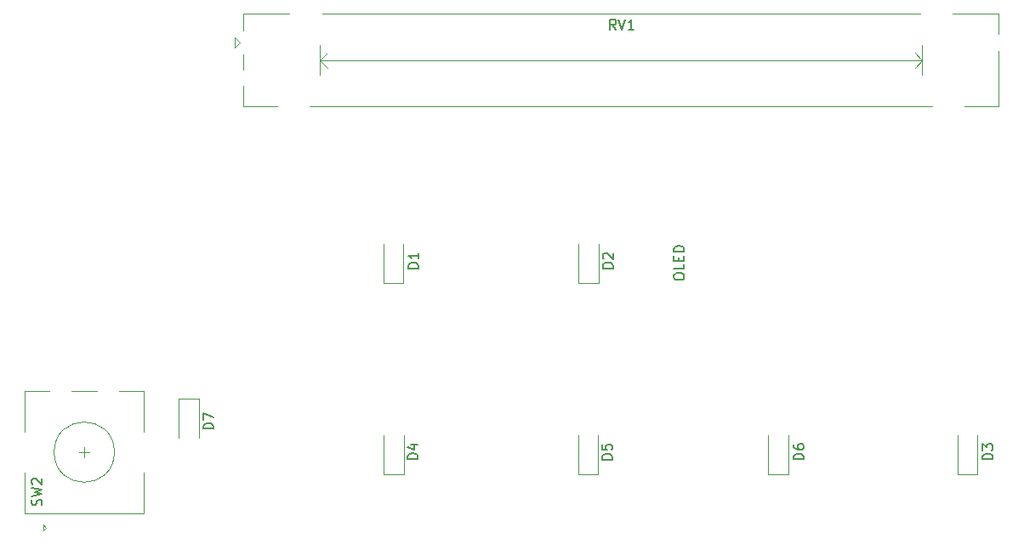
<source format=gto>
G04 #@! TF.GenerationSoftware,KiCad,Pcbnew,(5.1.4)-1*
G04 #@! TF.CreationDate,2020-09-16T16:25:40+03:00*
G04 #@! TF.ProjectId,MacroBoardPcb,4d616372-6f42-46f6-9172-645063622e6b,rev?*
G04 #@! TF.SameCoordinates,Original*
G04 #@! TF.FileFunction,Legend,Top*
G04 #@! TF.FilePolarity,Positive*
%FSLAX46Y46*%
G04 Gerber Fmt 4.6, Leading zero omitted, Abs format (unit mm)*
G04 Created by KiCad (PCBNEW (5.1.4)-1) date 2020-09-16 16:25:40*
%MOMM*%
%LPD*%
G04 APERTURE LIST*
%ADD10C,0.120000*%
%ADD11C,0.150000*%
%ADD12C,0.752000*%
%ADD13O,2.202000X1.102000*%
%ADD14O,1.702000X1.102000*%
%ADD15R,2.102000X2.102000*%
%ADD16C,2.102000*%
%ADD17R,2.102000X3.302000*%
%ADD18C,2.802000*%
%ADD19C,1.852000*%
%ADD20R,1.852000X1.852000*%
%ADD21C,4.089800*%
%ADD22O,1.802000X1.802000*%
%ADD23R,1.802000X1.802000*%
%ADD24R,1.302000X1.002000*%
G04 APERTURE END LIST*
D10*
X103984193Y-111148132D02*
G75*
G03X103984193Y-111148132I-3000000J0D01*
G01*
X95084193Y-109148132D02*
X95084193Y-105048132D01*
X106884193Y-105048132D02*
X106884193Y-109148132D01*
X106884193Y-113148132D02*
X106884193Y-117248132D01*
X95084193Y-113148132D02*
X95084193Y-117248132D01*
X95084193Y-117248132D02*
X106884193Y-117248132D01*
X97184193Y-118648132D02*
X96884193Y-118948132D01*
X96884193Y-118948132D02*
X96884193Y-118348132D01*
X96884193Y-118348132D02*
X97184193Y-118648132D01*
X95084193Y-105048132D02*
X97484193Y-105048132D01*
X99684193Y-105048132D02*
X102284193Y-105048132D01*
X104484193Y-105048132D02*
X106884193Y-105048132D01*
X100484193Y-111148132D02*
X101484193Y-111148132D01*
X100984193Y-111648132D02*
X100984193Y-110648132D01*
X184409193Y-72098132D02*
X183659193Y-72848132D01*
X183659193Y-71348132D02*
X184409193Y-72098132D01*
X184409193Y-70598132D02*
X184409193Y-73598132D01*
X124409193Y-72098132D02*
X125159193Y-72848132D01*
X125159193Y-71348132D02*
X124409193Y-72098132D01*
X124409193Y-70598132D02*
X124409193Y-73598132D01*
X124409193Y-72098132D02*
X184409193Y-72098132D01*
X115984193Y-70848132D02*
X116484193Y-70348132D01*
X115984193Y-69848132D02*
X115984193Y-70848132D01*
X116484193Y-70348132D02*
X115984193Y-69848132D01*
X192029193Y-71171132D02*
X192029193Y-76718132D01*
X192029193Y-67478132D02*
X192029193Y-69525132D01*
X116789193Y-74671132D02*
X116789193Y-76718132D01*
X116789193Y-71523132D02*
X116789193Y-73026132D01*
X116789193Y-67478132D02*
X116789193Y-69173132D01*
X188645193Y-76718132D02*
X192029193Y-76718132D01*
X123445193Y-76718132D02*
X185374193Y-76718132D01*
X116789193Y-76718132D02*
X120174193Y-76718132D01*
X187445193Y-67478132D02*
X192029193Y-67478132D01*
X124645193Y-67478132D02*
X184174193Y-67478132D01*
X116789193Y-67478132D02*
X121374193Y-67478132D01*
X112379000Y-105827000D02*
X112379000Y-109727000D01*
X110379000Y-105827000D02*
X110379000Y-109727000D01*
X112379000Y-105827000D02*
X110379000Y-105827000D01*
X169060000Y-113375000D02*
X169060000Y-109475000D01*
X171060000Y-113375000D02*
X171060000Y-109475000D01*
X169060000Y-113375000D02*
X171060000Y-113375000D01*
X150140000Y-113375000D02*
X150140000Y-109475000D01*
X152140000Y-113375000D02*
X152140000Y-109475000D01*
X150140000Y-113375000D02*
X152140000Y-113375000D01*
X130790000Y-113375000D02*
X130790000Y-109475000D01*
X132790000Y-113375000D02*
X132790000Y-109475000D01*
X130790000Y-113375000D02*
X132790000Y-113375000D01*
X187912500Y-113375000D02*
X187912500Y-109475000D01*
X189912500Y-113375000D02*
X189912500Y-109475000D01*
X187912500Y-113375000D02*
X189912500Y-113375000D01*
X150160000Y-94280000D02*
X150160000Y-90380000D01*
X152160000Y-94280000D02*
X152160000Y-90380000D01*
X150160000Y-94280000D02*
X152160000Y-94280000D01*
X130762500Y-94325000D02*
X130762500Y-90425000D01*
X132762500Y-94325000D02*
X132762500Y-90425000D01*
X130762500Y-94325000D02*
X132762500Y-94325000D01*
D11*
X159692380Y-93752380D02*
X159692380Y-93561904D01*
X159740000Y-93466666D01*
X159835238Y-93371428D01*
X160025714Y-93323809D01*
X160359047Y-93323809D01*
X160549523Y-93371428D01*
X160644761Y-93466666D01*
X160692380Y-93561904D01*
X160692380Y-93752380D01*
X160644761Y-93847619D01*
X160549523Y-93942857D01*
X160359047Y-93990476D01*
X160025714Y-93990476D01*
X159835238Y-93942857D01*
X159740000Y-93847619D01*
X159692380Y-93752380D01*
X160692380Y-92419047D02*
X160692380Y-92895238D01*
X159692380Y-92895238D01*
X160168571Y-92085714D02*
X160168571Y-91752380D01*
X160692380Y-91609523D02*
X160692380Y-92085714D01*
X159692380Y-92085714D01*
X159692380Y-91609523D01*
X160692380Y-91180952D02*
X159692380Y-91180952D01*
X159692380Y-90942857D01*
X159740000Y-90800000D01*
X159835238Y-90704761D01*
X159930476Y-90657142D01*
X160120952Y-90609523D01*
X160263809Y-90609523D01*
X160454285Y-90657142D01*
X160549523Y-90704761D01*
X160644761Y-90800000D01*
X160692380Y-90942857D01*
X160692380Y-91180952D01*
X96704761Y-116433333D02*
X96752380Y-116290476D01*
X96752380Y-116052380D01*
X96704761Y-115957142D01*
X96657142Y-115909523D01*
X96561904Y-115861904D01*
X96466666Y-115861904D01*
X96371428Y-115909523D01*
X96323809Y-115957142D01*
X96276190Y-116052380D01*
X96228571Y-116242857D01*
X96180952Y-116338095D01*
X96133333Y-116385714D01*
X96038095Y-116433333D01*
X95942857Y-116433333D01*
X95847619Y-116385714D01*
X95800000Y-116338095D01*
X95752380Y-116242857D01*
X95752380Y-116004761D01*
X95800000Y-115861904D01*
X95752380Y-115528571D02*
X96752380Y-115290476D01*
X96038095Y-115100000D01*
X96752380Y-114909523D01*
X95752380Y-114671428D01*
X95847619Y-114338095D02*
X95800000Y-114290476D01*
X95752380Y-114195238D01*
X95752380Y-113957142D01*
X95800000Y-113861904D01*
X95847619Y-113814285D01*
X95942857Y-113766666D01*
X96038095Y-113766666D01*
X96180952Y-113814285D01*
X96752380Y-114385714D01*
X96752380Y-113766666D01*
X153904761Y-69052380D02*
X153571428Y-68576190D01*
X153333333Y-69052380D02*
X153333333Y-68052380D01*
X153714285Y-68052380D01*
X153809523Y-68100000D01*
X153857142Y-68147619D01*
X153904761Y-68242857D01*
X153904761Y-68385714D01*
X153857142Y-68480952D01*
X153809523Y-68528571D01*
X153714285Y-68576190D01*
X153333333Y-68576190D01*
X154190476Y-68052380D02*
X154523809Y-69052380D01*
X154857142Y-68052380D01*
X155714285Y-69052380D02*
X155142857Y-69052380D01*
X155428571Y-69052380D02*
X155428571Y-68052380D01*
X155333333Y-68195238D01*
X155238095Y-68290476D01*
X155142857Y-68338095D01*
X113831380Y-108815095D02*
X112831380Y-108815095D01*
X112831380Y-108577000D01*
X112879000Y-108434142D01*
X112974238Y-108338904D01*
X113069476Y-108291285D01*
X113259952Y-108243666D01*
X113402809Y-108243666D01*
X113593285Y-108291285D01*
X113688523Y-108338904D01*
X113783761Y-108434142D01*
X113831380Y-108577000D01*
X113831380Y-108815095D01*
X112831380Y-107910333D02*
X112831380Y-107243666D01*
X113831380Y-107672238D01*
X172602380Y-111858095D02*
X171602380Y-111858095D01*
X171602380Y-111620000D01*
X171650000Y-111477142D01*
X171745238Y-111381904D01*
X171840476Y-111334285D01*
X172030952Y-111286666D01*
X172173809Y-111286666D01*
X172364285Y-111334285D01*
X172459523Y-111381904D01*
X172554761Y-111477142D01*
X172602380Y-111620000D01*
X172602380Y-111858095D01*
X171602380Y-110429523D02*
X171602380Y-110620000D01*
X171650000Y-110715238D01*
X171697619Y-110762857D01*
X171840476Y-110858095D01*
X172030952Y-110905714D01*
X172411904Y-110905714D01*
X172507142Y-110858095D01*
X172554761Y-110810476D01*
X172602380Y-110715238D01*
X172602380Y-110524761D01*
X172554761Y-110429523D01*
X172507142Y-110381904D01*
X172411904Y-110334285D01*
X172173809Y-110334285D01*
X172078571Y-110381904D01*
X172030952Y-110429523D01*
X171983333Y-110524761D01*
X171983333Y-110715238D01*
X172030952Y-110810476D01*
X172078571Y-110858095D01*
X172173809Y-110905714D01*
X153532380Y-111888095D02*
X152532380Y-111888095D01*
X152532380Y-111650000D01*
X152580000Y-111507142D01*
X152675238Y-111411904D01*
X152770476Y-111364285D01*
X152960952Y-111316666D01*
X153103809Y-111316666D01*
X153294285Y-111364285D01*
X153389523Y-111411904D01*
X153484761Y-111507142D01*
X153532380Y-111650000D01*
X153532380Y-111888095D01*
X152532380Y-110411904D02*
X152532380Y-110888095D01*
X153008571Y-110935714D01*
X152960952Y-110888095D01*
X152913333Y-110792857D01*
X152913333Y-110554761D01*
X152960952Y-110459523D01*
X153008571Y-110411904D01*
X153103809Y-110364285D01*
X153341904Y-110364285D01*
X153437142Y-110411904D01*
X153484761Y-110459523D01*
X153532380Y-110554761D01*
X153532380Y-110792857D01*
X153484761Y-110888095D01*
X153437142Y-110935714D01*
X134192380Y-111838095D02*
X133192380Y-111838095D01*
X133192380Y-111600000D01*
X133240000Y-111457142D01*
X133335238Y-111361904D01*
X133430476Y-111314285D01*
X133620952Y-111266666D01*
X133763809Y-111266666D01*
X133954285Y-111314285D01*
X134049523Y-111361904D01*
X134144761Y-111457142D01*
X134192380Y-111600000D01*
X134192380Y-111838095D01*
X133525714Y-110409523D02*
X134192380Y-110409523D01*
X133144761Y-110647619D02*
X133859047Y-110885714D01*
X133859047Y-110266666D01*
X191422380Y-111858095D02*
X190422380Y-111858095D01*
X190422380Y-111620000D01*
X190470000Y-111477142D01*
X190565238Y-111381904D01*
X190660476Y-111334285D01*
X190850952Y-111286666D01*
X190993809Y-111286666D01*
X191184285Y-111334285D01*
X191279523Y-111381904D01*
X191374761Y-111477142D01*
X191422380Y-111620000D01*
X191422380Y-111858095D01*
X190422380Y-110953333D02*
X190422380Y-110334285D01*
X190803333Y-110667619D01*
X190803333Y-110524761D01*
X190850952Y-110429523D01*
X190898571Y-110381904D01*
X190993809Y-110334285D01*
X191231904Y-110334285D01*
X191327142Y-110381904D01*
X191374761Y-110429523D01*
X191422380Y-110524761D01*
X191422380Y-110810476D01*
X191374761Y-110905714D01*
X191327142Y-110953333D01*
X153602380Y-92838095D02*
X152602380Y-92838095D01*
X152602380Y-92600000D01*
X152650000Y-92457142D01*
X152745238Y-92361904D01*
X152840476Y-92314285D01*
X153030952Y-92266666D01*
X153173809Y-92266666D01*
X153364285Y-92314285D01*
X153459523Y-92361904D01*
X153554761Y-92457142D01*
X153602380Y-92600000D01*
X153602380Y-92838095D01*
X152697619Y-91885714D02*
X152650000Y-91838095D01*
X152602380Y-91742857D01*
X152602380Y-91504761D01*
X152650000Y-91409523D01*
X152697619Y-91361904D01*
X152792857Y-91314285D01*
X152888095Y-91314285D01*
X153030952Y-91361904D01*
X153602380Y-91933333D01*
X153602380Y-91314285D01*
X134252380Y-92838095D02*
X133252380Y-92838095D01*
X133252380Y-92600000D01*
X133300000Y-92457142D01*
X133395238Y-92361904D01*
X133490476Y-92314285D01*
X133680952Y-92266666D01*
X133823809Y-92266666D01*
X134014285Y-92314285D01*
X134109523Y-92361904D01*
X134204761Y-92457142D01*
X134252380Y-92600000D01*
X134252380Y-92838095D01*
X134252380Y-91314285D02*
X134252380Y-91885714D01*
X134252380Y-91600000D02*
X133252380Y-91600000D01*
X133395238Y-91695238D01*
X133490476Y-91790476D01*
X133538095Y-91885714D01*
%LPC*%
X185385729Y-119752380D02*
X185510729Y-118752380D01*
X185754776Y-119466666D01*
X186177395Y-118752380D01*
X186052395Y-119752380D01*
X186528586Y-119752380D02*
X186653586Y-118752380D01*
X186605967Y-119133333D02*
X186707157Y-119085714D01*
X186897633Y-119085714D01*
X186986919Y-119133333D01*
X187028586Y-119180952D01*
X187064300Y-119276190D01*
X187028586Y-119561904D01*
X186969062Y-119657142D01*
X186915491Y-119704761D01*
X186814300Y-119752380D01*
X186623824Y-119752380D01*
X186534538Y-119704761D01*
X187576205Y-119752380D02*
X187486919Y-119704761D01*
X187445252Y-119657142D01*
X187409538Y-119561904D01*
X187445252Y-119276190D01*
X187504776Y-119180952D01*
X187558348Y-119133333D01*
X187659538Y-119085714D01*
X187802395Y-119085714D01*
X187891681Y-119133333D01*
X187933348Y-119180952D01*
X187969062Y-119276190D01*
X187933348Y-119561904D01*
X187873824Y-119657142D01*
X187820252Y-119704761D01*
X187719062Y-119752380D01*
X187576205Y-119752380D01*
X188766681Y-119752380D02*
X188832157Y-119228571D01*
X188796443Y-119133333D01*
X188707157Y-119085714D01*
X188516681Y-119085714D01*
X188415491Y-119133333D01*
X188772633Y-119704761D02*
X188671443Y-119752380D01*
X188433348Y-119752380D01*
X188344062Y-119704761D01*
X188308348Y-119609523D01*
X188320252Y-119514285D01*
X188379776Y-119419047D01*
X188480967Y-119371428D01*
X188719062Y-119371428D01*
X188820252Y-119323809D01*
X189242872Y-119752380D02*
X189326205Y-119085714D01*
X189302395Y-119276190D02*
X189361919Y-119180952D01*
X189415491Y-119133333D01*
X189516681Y-119085714D01*
X189611919Y-119085714D01*
X190290491Y-119752380D02*
X190415491Y-118752380D01*
X190296443Y-119704761D02*
X190195252Y-119752380D01*
X190004776Y-119752380D01*
X189915491Y-119704761D01*
X189873824Y-119657142D01*
X189838110Y-119561904D01*
X189873824Y-119276190D01*
X189933348Y-119180952D01*
X189986919Y-119133333D01*
X190088110Y-119085714D01*
X190278586Y-119085714D01*
X190367872Y-119133333D01*
X191528586Y-119752380D02*
X191653586Y-118752380D01*
X192034538Y-118752380D01*
X192123824Y-118800000D01*
X192165491Y-118847619D01*
X192201205Y-118942857D01*
X192183348Y-119085714D01*
X192123824Y-119180952D01*
X192070252Y-119228571D01*
X191969062Y-119276190D01*
X191588110Y-119276190D01*
X192963110Y-119704761D02*
X192861919Y-119752380D01*
X192671443Y-119752380D01*
X192582157Y-119704761D01*
X192540491Y-119657142D01*
X192504776Y-119561904D01*
X192540491Y-119276190D01*
X192600014Y-119180952D01*
X192653586Y-119133333D01*
X192754776Y-119085714D01*
X192945252Y-119085714D01*
X193034538Y-119133333D01*
X193385729Y-119752380D02*
X193510729Y-118752380D01*
X193463110Y-119133333D02*
X193564300Y-119085714D01*
X193754776Y-119085714D01*
X193844062Y-119133333D01*
X193885729Y-119180952D01*
X193921443Y-119276190D01*
X193885729Y-119561904D01*
X193826205Y-119657142D01*
X193772633Y-119704761D01*
X193671443Y-119752380D01*
X193480967Y-119752380D01*
X193391681Y-119704761D01*
D12*
X117900000Y-79320000D03*
X117900000Y-85100000D03*
D13*
X118430000Y-86530000D03*
X118430000Y-77890000D03*
D14*
X114250000Y-86530000D03*
X114250000Y-77890000D03*
D15*
X98484193Y-118648132D03*
D16*
X100984193Y-118648132D03*
X103484193Y-118648132D03*
D17*
X95384193Y-111148132D03*
X106584193Y-111148132D03*
D16*
X98484193Y-104148132D03*
X103484193Y-104148132D03*
D18*
X187009193Y-76298132D03*
X121809193Y-76298132D03*
X185809193Y-67898132D03*
X123009193Y-67898132D03*
D19*
X191159193Y-70348132D03*
X117659193Y-73848132D03*
D20*
X117659193Y-70348132D03*
D19*
X167164193Y-111148132D03*
X157004193Y-111148132D03*
D21*
X162084193Y-111148132D03*
D19*
X148114193Y-111148132D03*
X137954193Y-111148132D03*
D21*
X143034193Y-111148132D03*
D19*
X129064193Y-111148132D03*
X118904193Y-111148132D03*
D21*
X123984193Y-111148132D03*
D19*
X186214193Y-111148132D03*
X176054193Y-111148132D03*
D21*
X181134193Y-111148132D03*
D19*
X148114193Y-92098132D03*
X137954193Y-92098132D03*
D21*
X143034193Y-92098132D03*
D19*
X129064193Y-92098132D03*
X118904193Y-92098132D03*
D21*
X123984193Y-92098132D03*
D22*
X169560000Y-78990000D03*
X169560000Y-81530000D03*
X172100000Y-78990000D03*
X172100000Y-81530000D03*
X174640000Y-78990000D03*
D23*
X174640000Y-81530000D03*
D24*
X111379000Y-109727000D03*
X111379000Y-106427000D03*
X170060000Y-109475000D03*
X170060000Y-112775000D03*
X151140000Y-109475000D03*
X151140000Y-112775000D03*
X131790000Y-109475000D03*
X131790000Y-112775000D03*
X188912500Y-109475000D03*
X188912500Y-112775000D03*
X151160000Y-90380000D03*
X151160000Y-93680000D03*
X131762500Y-90425000D03*
X131762500Y-93725000D03*
M02*

</source>
